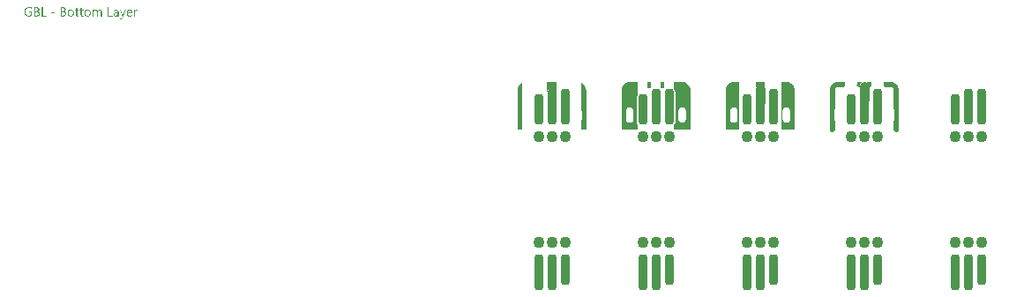
<source format=gbl>
G04*
G04 #@! TF.GenerationSoftware,Altium Limited,Altium Designer,22.2.1 (43)*
G04*
G04 Layer_Physical_Order=2*
G04 Layer_Color=16711680*
%FSLAX44Y44*%
%MOMM*%
G71*
G04*
G04 #@! TF.SameCoordinates,D623FA85-85CE-4992-9740-CC304F3E23A8*
G04*
G04*
G04 #@! TF.FilePolarity,Positive*
G04*
G01*
G75*
%ADD11C,0.2000*%
%ADD17C,0.9000*%
%ADD18C,0.6000*%
G04:AMPARAMS|DCode=19|XSize=0.9mm|YSize=3.45mm|CornerRadius=0.351mm|HoleSize=0mm|Usage=FLASHONLY|Rotation=0.000|XOffset=0mm|YOffset=0mm|HoleType=Round|Shape=RoundedRectangle|*
%AMROUNDEDRECTD19*
21,1,0.9000,2.7480,0,0,0.0*
21,1,0.1980,3.4500,0,0,0.0*
1,1,0.7020,0.0990,-1.3740*
1,1,0.7020,-0.0990,-1.3740*
1,1,0.7020,-0.0990,1.3740*
1,1,0.7020,0.0990,1.3740*
%
%ADD19ROUNDEDRECTD19*%
G04:AMPARAMS|DCode=20|XSize=0.9mm|YSize=2.95mm|CornerRadius=0.351mm|HoleSize=0mm|Usage=FLASHONLY|Rotation=0.000|XOffset=0mm|YOffset=0mm|HoleType=Round|Shape=RoundedRectangle|*
%AMROUNDEDRECTD20*
21,1,0.9000,2.2480,0,0,0.0*
21,1,0.1980,2.9500,0,0,0.0*
1,1,0.7020,0.0990,-1.1240*
1,1,0.7020,-0.0990,-1.1240*
1,1,0.7020,-0.0990,1.1240*
1,1,0.7020,0.0990,1.1240*
%
%ADD20ROUNDEDRECTD20*%
%ADD21C,1.1000*%
G36*
X529783Y184749D02*
X529872Y184298D01*
X529941Y184095D01*
X529772Y184095D01*
X529772Y184906D01*
X529783Y184749D01*
X529783Y184749D02*
G37*
G36*
X538794Y223194D02*
X538794Y177620D01*
X538794Y184095D01*
X538579Y184095D01*
X538648Y184298D01*
X538737Y184749D01*
X538768Y185208D01*
X538768Y212688D01*
X538737Y213147D01*
X538648Y213598D01*
X538500Y214034D01*
X538296Y214447D01*
X538041Y214829D01*
X537737Y215175D01*
X537391Y215479D01*
X537009Y215734D01*
X536596Y215938D01*
X536160Y216086D01*
X535709Y216175D01*
X535250Y216206D01*
X533270Y216206D01*
X532811Y216175D01*
X532360Y216086D01*
X531924Y215938D01*
X531511Y215734D01*
X531129Y215479D01*
X530783Y215175D01*
X530479Y214829D01*
X530224Y214447D01*
X530020Y214034D01*
X529872Y213598D01*
X529783Y213147D01*
X529772Y212989D01*
X529772Y223194D01*
X538794Y223194D01*
X538794Y223194D02*
G37*
G36*
X505583Y195656D02*
X505552Y195198D01*
X505552Y187198D01*
X505583Y186740D01*
X505583Y177620D01*
X501314Y177620D01*
X501314Y215166D01*
X501314Y215170D01*
X501314Y215178D01*
X501314Y215186D01*
X501314Y215194D01*
X501314Y215198D01*
X501314Y215198D01*
X501352Y215982D01*
X501658Y217519D01*
X502258Y218967D01*
X503129Y220271D01*
X504237Y221379D01*
X505541Y222250D01*
X505583Y222267D01*
X505583Y195656D01*
X505583Y195656D02*
G37*
G36*
X562979Y222250D02*
X564283Y221379D01*
X565391Y220271D01*
X566262Y218967D01*
X566862Y217519D01*
X567168Y215982D01*
X567206Y215198D01*
X567206Y215195D01*
X567206Y215190D01*
X567206Y215184D01*
X567206Y215178D01*
X567206Y215175D01*
X567206Y215175D01*
X567206Y177620D01*
X562938Y177620D01*
X562938Y186740D01*
X562967Y187198D01*
X562967Y195198D01*
X562938Y195656D01*
X562938Y222267D01*
X562979Y222250D01*
X562979Y222250D02*
G37*
G36*
X617010Y216688D02*
X616995Y216688D01*
X616995Y211056D01*
X616725Y210754D01*
X616406Y210304D01*
X616139Y209822D01*
X615928Y209312D01*
X615776Y208782D01*
X615683Y208239D01*
X615652Y207688D01*
X615652Y185208D01*
X615683Y184657D01*
X615776Y184114D01*
X615928Y183584D01*
X616139Y183074D01*
X616406Y182592D01*
X616725Y182142D01*
X616995Y181840D01*
X616995Y177757D01*
X616052Y177620D01*
X601314Y177620D01*
X601314Y215175D01*
X601314Y215178D01*
X601314Y215198D01*
X601314Y215198D01*
X601352Y215980D01*
X601657Y217515D01*
X602254Y218960D01*
X603122Y220262D01*
X604226Y221370D01*
X605526Y222242D01*
X606969Y222844D01*
X608318Y223116D01*
X609113Y223180D01*
X609310Y223194D01*
X609310Y223194D01*
X617010Y223194D01*
X617010Y216688D01*
X617010Y216688D02*
G37*
G36*
X629710Y216688D02*
X626010Y216688D01*
X626010Y223194D01*
X629710Y223194D01*
X629710Y216688D01*
X629710Y216688D02*
G37*
G36*
X642510Y216688D02*
X638710Y216688D01*
X638710Y223194D01*
X642510Y223194D01*
X642510Y216688D01*
X642510Y216688D02*
G37*
G36*
X659233Y223194D02*
X660015Y223153D01*
X661549Y222844D01*
X662993Y222243D01*
X664293Y221371D01*
X665397Y220263D01*
X666265Y218961D01*
X666863Y217515D01*
X667143Y216106D01*
X667206Y215177D01*
X667206Y214198D01*
X667206Y177620D01*
X651510Y177620D01*
X651510Y181823D01*
X651795Y182142D01*
X652114Y182592D01*
X652381Y183074D01*
X652592Y183584D01*
X652745Y184114D01*
X652837Y184657D01*
X652868Y185208D01*
X652868Y212688D01*
X652837Y213239D01*
X652745Y213782D01*
X652592Y214312D01*
X652381Y214822D01*
X652114Y215304D01*
X651795Y215754D01*
X651510Y216073D01*
X651510Y223194D01*
X659225Y223194D01*
X659233Y223194D01*
X659233Y223194D02*
G37*
G36*
X713711Y223194D02*
X713711Y177620D01*
X701314Y177620D01*
X701314Y215198D01*
X701352Y215980D01*
X701657Y217515D01*
X702255Y218962D01*
X703123Y220264D01*
X704228Y221372D01*
X705528Y222243D01*
X706972Y222845D01*
X708506Y223154D01*
X709289Y223194D01*
X709289Y223194D01*
X713711Y223194D01*
X713711Y223194D02*
G37*
G36*
X758273Y223194D02*
X759254Y223192D01*
X760248Y223106D01*
X761546Y222845D01*
X762991Y222244D01*
X764291Y221372D01*
X765396Y220264D01*
X766265Y218962D01*
X766863Y217516D01*
X767135Y216146D01*
X767206Y215177D01*
X767206Y214198D01*
X767206Y177620D01*
X754809Y177620D01*
X754809Y223194D01*
X758273Y223194D01*
X758273Y223194D02*
G37*
G36*
X738500Y223194D02*
X738500Y218330D01*
X737941Y217892D01*
X737500Y217720D01*
X737073Y217897D01*
X736478Y218068D01*
X735868Y218172D01*
X735250Y218207D01*
X733270Y218207D01*
X732652Y218172D01*
X732042Y218068D01*
X731447Y217897D01*
X731020Y217720D01*
X730579Y217892D01*
X730020Y218330D01*
X730020Y223194D01*
X738500Y223194D01*
X738500Y223194D02*
G37*
G36*
X815749Y223194D02*
X815753Y223184D01*
X815775Y222118D01*
X815800Y220924D01*
X815800Y220924D01*
X815595Y219681D01*
X815429Y219280D01*
X814724Y218575D01*
X813804Y218194D01*
X809060Y218194D01*
X809060Y218194D01*
X809052Y218194D01*
X809052Y218194D01*
X808468Y218135D01*
X807391Y217686D01*
X806567Y216860D01*
X806121Y215781D01*
X806064Y215198D01*
X806064Y197014D01*
X805763Y196564D01*
X805491Y195198D01*
X805491Y187198D01*
X805763Y185832D01*
X806064Y185382D01*
X806064Y177122D01*
X805683Y176201D01*
X804978Y175497D01*
X804058Y175116D01*
X803062Y175116D01*
X802142Y175497D01*
X801437Y176201D01*
X801314Y176500D01*
X801314Y215175D01*
X801314Y215178D01*
X801314Y215198D01*
X801314Y215198D01*
X801352Y215982D01*
X801658Y217519D01*
X802258Y218967D01*
X803129Y220271D01*
X804237Y221379D01*
X805541Y222250D01*
X806989Y222850D01*
X808526Y223156D01*
X809310Y223194D01*
X809310Y223194D01*
X815749Y223194D01*
X815749Y223194D02*
G37*
G36*
X833798Y223194D02*
X832504Y222937D01*
X831016Y221942D01*
X830021Y220454D01*
X829672Y218698D01*
X829672Y218194D01*
X829132Y218194D01*
X828137Y218651D01*
X827423Y219481D01*
X827121Y220532D01*
X827203Y221073D01*
X827203Y221073D01*
X827247Y223174D01*
X827247Y223184D01*
X827251Y223194D01*
X833798Y223194D01*
X833798Y223194D02*
G37*
G36*
X859210Y223194D02*
X859994Y223156D01*
X861531Y222850D01*
X862979Y222250D01*
X864283Y221379D01*
X865391Y220271D01*
X866262Y218967D01*
X866862Y217519D01*
X867168Y215982D01*
X867206Y215198D01*
X867206Y215195D01*
X867206Y215188D01*
X867206Y215182D01*
X867206Y215175D01*
X867206Y215172D01*
X867206Y176500D01*
X867083Y176201D01*
X866378Y175497D01*
X865458Y175116D01*
X864462Y175116D01*
X863542Y175497D01*
X862837Y176201D01*
X862456Y177122D01*
X862456Y177620D01*
X862456Y185382D01*
X862757Y185832D01*
X863029Y187198D01*
X863029Y195198D01*
X862757Y196564D01*
X862456Y197014D01*
X862456Y215198D01*
X862399Y215781D01*
X861953Y216860D01*
X861129Y217686D01*
X860052Y218135D01*
X859468Y218194D01*
X859468Y218194D01*
X859460Y218194D01*
X859460Y218194D01*
X854716Y218194D01*
X853795Y218575D01*
X853091Y219280D01*
X852710Y220200D01*
X852710Y220698D01*
X852710Y220726D01*
X852711Y220783D01*
X852714Y220839D01*
X852718Y220896D01*
X852720Y220924D01*
X852767Y223174D01*
X852767Y223184D01*
X852771Y223194D01*
X859210Y223194D01*
X859210Y223194D02*
G37*
G36*
X841269Y223194D02*
X841273Y223184D01*
X841273Y223174D01*
X841273Y223174D01*
X841308Y221518D01*
X841342Y221420D01*
X841394Y221217D01*
X841428Y221011D01*
X841446Y220802D01*
X841446Y220698D01*
X841446Y220698D01*
X841446Y220200D01*
X841065Y219280D01*
X840360Y218575D01*
X839440Y218194D01*
X838942Y218194D01*
X838848Y218194D01*
X838848Y218698D01*
X838499Y220454D01*
X837504Y221942D01*
X836016Y222937D01*
X834722Y223194D01*
X841269Y223194D01*
X841269Y223194D02*
G37*
G36*
X32874Y294992D02*
X33000Y294984D01*
X33149Y294976D01*
X33306Y294961D01*
X33486Y294937D01*
X33675Y294914D01*
X33871Y294882D01*
X34075Y294843D01*
X34279Y294796D01*
X34483Y294741D01*
X34687Y294678D01*
X34891Y294608D01*
X35080Y294521D01*
X35080Y293368D01*
X35064Y293375D01*
X35032Y293399D01*
X34970Y293430D01*
X34891Y293477D01*
X34781Y293524D01*
X34656Y293587D01*
X34514Y293642D01*
X34350Y293713D01*
X34177Y293776D01*
X33981Y293838D01*
X33769Y293893D01*
X33541Y293940D01*
X33298Y293988D01*
X33047Y294019D01*
X32788Y294042D01*
X32513Y294050D01*
X32450Y294050D01*
X32372Y294042D01*
X32262Y294035D01*
X32136Y294019D01*
X31987Y293995D01*
X31822Y293964D01*
X31642Y293925D01*
X31453Y293870D01*
X31257Y293799D01*
X31053Y293713D01*
X30841Y293611D01*
X30637Y293493D01*
X30441Y293360D01*
X30245Y293195D01*
X30056Y293014D01*
X30048Y293006D01*
X30017Y292967D01*
X29970Y292912D01*
X29907Y292826D01*
X29837Y292724D01*
X29750Y292606D01*
X29664Y292457D01*
X29578Y292292D01*
X29491Y292112D01*
X29405Y291908D01*
X29319Y291688D01*
X29248Y291452D01*
X29185Y291201D01*
X29138Y290934D01*
X29107Y290644D01*
X29099Y290346D01*
X29099Y290338D01*
X29099Y290330D01*
X29099Y290306D01*
X29099Y290275D01*
X29099Y290228D01*
X29107Y290181D01*
X29114Y290063D01*
X29122Y289922D01*
X29146Y289757D01*
X29169Y289577D01*
X29209Y289380D01*
X29256Y289168D01*
X29319Y288949D01*
X29389Y288729D01*
X29476Y288501D01*
X29578Y288282D01*
X29695Y288070D01*
X29829Y287866D01*
X29986Y287677D01*
X29994Y287669D01*
X30025Y287638D01*
X30080Y287591D01*
X30150Y287528D01*
X30237Y287458D01*
X30347Y287371D01*
X30472Y287285D01*
X30622Y287199D01*
X30786Y287104D01*
X30967Y287018D01*
X31163Y286940D01*
X31383Y286861D01*
X31610Y286798D01*
X31862Y286751D01*
X32120Y286720D01*
X32403Y286712D01*
X32505Y286712D01*
X32576Y286720D01*
X32670Y286728D01*
X32772Y286735D01*
X32890Y286743D01*
X33023Y286767D01*
X33157Y286782D01*
X33306Y286814D01*
X33604Y286884D01*
X33761Y286932D01*
X33910Y286994D01*
X34059Y287057D01*
X34208Y287128D01*
X34208Y289632D01*
X32254Y289632D01*
X32254Y290581D01*
X35260Y290581D01*
X35260Y286531D01*
X35244Y286523D01*
X35197Y286500D01*
X35127Y286461D01*
X35024Y286414D01*
X34899Y286359D01*
X34750Y286296D01*
X34577Y286225D01*
X34381Y286155D01*
X34169Y286084D01*
X33934Y286013D01*
X33690Y285951D01*
X33431Y285896D01*
X33157Y285849D01*
X32866Y285809D01*
X32576Y285786D01*
X32270Y285778D01*
X32183Y285778D01*
X32144Y285786D01*
X32089Y285786D01*
X32026Y285794D01*
X31956Y285794D01*
X31791Y285817D01*
X31602Y285841D01*
X31398Y285880D01*
X31171Y285935D01*
X30928Y285998D01*
X30676Y286076D01*
X30417Y286178D01*
X30158Y286296D01*
X29899Y286437D01*
X29648Y286602D01*
X29405Y286790D01*
X29177Y287002D01*
X29162Y287018D01*
X29130Y287057D01*
X29067Y287128D01*
X28997Y287230D01*
X28903Y287348D01*
X28808Y287497D01*
X28698Y287677D01*
X28589Y287873D01*
X28479Y288093D01*
X28369Y288344D01*
X28275Y288611D01*
X28180Y288902D01*
X28110Y289208D01*
X28047Y289545D01*
X28016Y289898D01*
X28000Y290267D01*
X28000Y290275D01*
X28000Y290291D01*
X28000Y290322D01*
X28000Y290361D01*
X28008Y290409D01*
X28008Y290471D01*
X28016Y290534D01*
X28024Y290613D01*
X28031Y290699D01*
X28039Y290785D01*
X28071Y290989D01*
X28110Y291225D01*
X28165Y291468D01*
X28235Y291735D01*
X28322Y292010D01*
X28424Y292292D01*
X28549Y292575D01*
X28706Y292857D01*
X28879Y293140D01*
X29083Y293407D01*
X29311Y293666D01*
X29326Y293681D01*
X29374Y293721D01*
X29444Y293791D01*
X29546Y293878D01*
X29680Y293972D01*
X29829Y294090D01*
X30009Y294207D01*
X30221Y294333D01*
X30449Y294458D01*
X30700Y294576D01*
X30967Y294694D01*
X31265Y294788D01*
X31579Y294874D01*
X31909Y294945D01*
X32262Y294984D01*
X32631Y295000D01*
X32772Y295000D01*
X32874Y294992D01*
X32874Y294992D02*
G37*
G36*
X100498Y292441D02*
X100545Y292441D01*
X100600Y292433D01*
X100733Y292410D01*
X100890Y292371D01*
X101070Y292316D01*
X101259Y292229D01*
X101455Y292127D01*
X101557Y292057D01*
X101651Y291986D01*
X101746Y291908D01*
X101840Y291814D01*
X101934Y291711D01*
X102020Y291602D01*
X102099Y291484D01*
X102177Y291350D01*
X102248Y291209D01*
X102311Y291052D01*
X102366Y290887D01*
X102420Y290707D01*
X102452Y290518D01*
X102483Y290306D01*
X102499Y290087D01*
X102507Y289851D01*
X102507Y285927D01*
X101487Y285927D01*
X101487Y289585D01*
X101487Y289600D01*
X101487Y289632D01*
X101487Y289687D01*
X101479Y289757D01*
X101479Y289844D01*
X101471Y289946D01*
X101463Y290055D01*
X101447Y290173D01*
X101408Y290424D01*
X101345Y290675D01*
X101314Y290801D01*
X101267Y290911D01*
X101212Y291021D01*
X101157Y291115D01*
X101157Y291123D01*
X101141Y291138D01*
X101125Y291162D01*
X101094Y291186D01*
X101063Y291225D01*
X101016Y291264D01*
X100961Y291303D01*
X100898Y291350D01*
X100827Y291397D01*
X100749Y291437D01*
X100654Y291476D01*
X100560Y291515D01*
X100450Y291539D01*
X100325Y291562D01*
X100199Y291578D01*
X100058Y291586D01*
X99995Y291586D01*
X99948Y291578D01*
X99893Y291570D01*
X99830Y291555D01*
X99673Y291515D01*
X99587Y291484D01*
X99501Y291437D01*
X99407Y291390D01*
X99320Y291335D01*
X99226Y291264D01*
X99132Y291186D01*
X99038Y291091D01*
X98951Y290989D01*
X98944Y290982D01*
X98936Y290966D01*
X98912Y290927D01*
X98881Y290887D01*
X98849Y290825D01*
X98810Y290754D01*
X98763Y290675D01*
X98724Y290589D01*
X98685Y290487D01*
X98637Y290377D01*
X98598Y290259D01*
X98567Y290134D01*
X98535Y290000D01*
X98520Y289859D01*
X98504Y289718D01*
X98496Y289561D01*
X98496Y285927D01*
X97476Y285927D01*
X97476Y289710D01*
X97476Y289718D01*
X97476Y289734D01*
X97476Y289757D01*
X97476Y289788D01*
X97468Y289836D01*
X97468Y289883D01*
X97452Y290000D01*
X97429Y290142D01*
X97397Y290306D01*
X97358Y290471D01*
X97295Y290652D01*
X97217Y290825D01*
X97123Y290989D01*
X97005Y291154D01*
X96864Y291296D01*
X96699Y291413D01*
X96605Y291460D01*
X96503Y291507D01*
X96393Y291539D01*
X96283Y291562D01*
X96157Y291578D01*
X96024Y291586D01*
X95961Y291586D01*
X95914Y291578D01*
X95851Y291570D01*
X95788Y291555D01*
X95631Y291515D01*
X95545Y291484D01*
X95459Y291445D01*
X95365Y291405D01*
X95270Y291350D01*
X95176Y291280D01*
X95082Y291209D01*
X94996Y291123D01*
X94909Y291021D01*
X94902Y291013D01*
X94894Y290997D01*
X94870Y290966D01*
X94839Y290919D01*
X94807Y290864D01*
X94776Y290801D01*
X94737Y290723D01*
X94697Y290628D01*
X94650Y290526D01*
X94611Y290416D01*
X94580Y290299D01*
X94548Y290173D01*
X94517Y290032D01*
X94493Y289883D01*
X94486Y289726D01*
X94478Y289561D01*
X94478Y285927D01*
X93457Y285927D01*
X93457Y292300D01*
X94478Y292300D01*
X94478Y291288D01*
X94501Y291288D01*
X94509Y291303D01*
X94533Y291335D01*
X94572Y291397D01*
X94627Y291468D01*
X94697Y291555D01*
X94784Y291656D01*
X94886Y291758D01*
X95003Y291868D01*
X95137Y291978D01*
X95286Y292080D01*
X95451Y292182D01*
X95624Y292269D01*
X95820Y292339D01*
X96032Y292402D01*
X96251Y292433D01*
X96487Y292449D01*
X96550Y292449D01*
X96597Y292441D01*
X96652Y292441D01*
X96722Y292433D01*
X96793Y292418D01*
X96872Y292402D01*
X97052Y292363D01*
X97240Y292292D01*
X97429Y292206D01*
X97523Y292143D01*
X97617Y292080D01*
X97625Y292073D01*
X97641Y292065D01*
X97664Y292041D01*
X97696Y292017D01*
X97782Y291931D01*
X97884Y291829D01*
X97994Y291688D01*
X98104Y291523D01*
X98206Y291335D01*
X98284Y291123D01*
X98292Y291138D01*
X98316Y291178D01*
X98363Y291248D01*
X98418Y291327D01*
X98496Y291429D01*
X98582Y291547D01*
X98692Y291664D01*
X98818Y291790D01*
X98959Y291908D01*
X99116Y292033D01*
X99289Y292143D01*
X99477Y292245D01*
X99689Y292324D01*
X99909Y292394D01*
X100152Y292433D01*
X100403Y292449D01*
X100458Y292449D01*
X100498Y292441D01*
X100498Y292441D02*
G37*
G36*
X136099Y292402D02*
X136185Y292402D01*
X136279Y292386D01*
X136381Y292371D01*
X136483Y292355D01*
X136570Y292324D01*
X136570Y291264D01*
X136554Y291272D01*
X136523Y291296D01*
X136460Y291327D01*
X136374Y291366D01*
X136256Y291405D01*
X136130Y291437D01*
X135973Y291460D01*
X135793Y291468D01*
X135730Y291468D01*
X135683Y291460D01*
X135628Y291452D01*
X135565Y291437D01*
X135416Y291390D01*
X135330Y291358D01*
X135243Y291319D01*
X135149Y291264D01*
X135055Y291209D01*
X134969Y291138D01*
X134874Y291052D01*
X134788Y290958D01*
X134702Y290848D01*
X134694Y290840D01*
X134686Y290817D01*
X134663Y290785D01*
X134631Y290738D01*
X134600Y290675D01*
X134560Y290597D01*
X134521Y290511D01*
X134482Y290409D01*
X134443Y290299D01*
X134403Y290173D01*
X134364Y290032D01*
X134333Y289883D01*
X134302Y289718D01*
X134278Y289545D01*
X134270Y289365D01*
X134262Y289168D01*
X134262Y285927D01*
X133242Y285927D01*
X133242Y292300D01*
X134262Y292300D01*
X134262Y290982D01*
X134286Y290982D01*
X134286Y290989D01*
X134294Y291013D01*
X134309Y291044D01*
X134325Y291091D01*
X134349Y291146D01*
X134380Y291217D01*
X134451Y291366D01*
X134545Y291539D01*
X134663Y291711D01*
X134796Y291876D01*
X134953Y292033D01*
X134961Y292041D01*
X134976Y292049D01*
X135000Y292065D01*
X135031Y292096D01*
X135071Y292120D01*
X135126Y292151D01*
X135243Y292222D01*
X135392Y292292D01*
X135565Y292355D01*
X135753Y292394D01*
X135856Y292402D01*
X135957Y292410D01*
X136020Y292410D01*
X136099Y292402D01*
X136099Y292402D02*
G37*
G36*
X57252Y289074D02*
X53853Y289074D01*
X53853Y289875D01*
X57252Y289875D01*
X57252Y289074D01*
X57252Y289074D02*
G37*
G36*
X122552Y284907D02*
X122552Y284899D01*
X122544Y284883D01*
X122529Y284860D01*
X122513Y284820D01*
X122497Y284773D01*
X122474Y284726D01*
X122411Y284601D01*
X122324Y284452D01*
X122230Y284279D01*
X122113Y284106D01*
X121979Y283918D01*
X121830Y283737D01*
X121665Y283557D01*
X121485Y283384D01*
X121288Y283235D01*
X121077Y283109D01*
X120967Y283062D01*
X120849Y283015D01*
X120731Y282976D01*
X120606Y282952D01*
X120480Y282937D01*
X120347Y282929D01*
X120284Y282929D01*
X120205Y282937D01*
X120111Y282937D01*
X120009Y282952D01*
X119899Y282968D01*
X119782Y282984D01*
X119679Y283015D01*
X119679Y283926D01*
X119695Y283918D01*
X119734Y283910D01*
X119797Y283894D01*
X119876Y283871D01*
X119970Y283847D01*
X120072Y283831D01*
X120182Y283824D01*
X120284Y283816D01*
X120315Y283816D01*
X120354Y283824D01*
X120409Y283831D01*
X120472Y283847D01*
X120551Y283863D01*
X120629Y283894D01*
X120723Y283934D01*
X120810Y283981D01*
X120912Y284043D01*
X121006Y284114D01*
X121100Y284200D01*
X121194Y284310D01*
X121288Y284428D01*
X121367Y284569D01*
X121446Y284734D01*
X121956Y285935D01*
X119468Y292300D01*
X120598Y292300D01*
X122324Y287395D01*
X122324Y287387D01*
X122332Y287371D01*
X122340Y287348D01*
X122356Y287300D01*
X122372Y287238D01*
X122387Y287151D01*
X122419Y287041D01*
X122450Y286908D01*
X122489Y286908D01*
X122489Y286916D01*
X122497Y286940D01*
X122505Y286971D01*
X122521Y287026D01*
X122536Y287089D01*
X122552Y287167D01*
X122584Y287269D01*
X122615Y287379D01*
X124428Y292300D01*
X125480Y292300D01*
X122552Y284907D01*
X122552Y284907D02*
G37*
G36*
X116336Y292441D02*
X116391Y292441D01*
X116446Y292433D01*
X116517Y292426D01*
X116595Y292410D01*
X116760Y292379D01*
X116956Y292324D01*
X117152Y292253D01*
X117364Y292151D01*
X117576Y292025D01*
X117678Y291955D01*
X117780Y291868D01*
X117874Y291774D01*
X117969Y291680D01*
X118055Y291570D01*
X118133Y291445D01*
X118212Y291319D01*
X118282Y291178D01*
X118337Y291021D01*
X118392Y290856D01*
X118432Y290683D01*
X118463Y290487D01*
X118479Y290291D01*
X118486Y290071D01*
X118486Y285927D01*
X117466Y285927D01*
X117466Y286916D01*
X117443Y286916D01*
X117435Y286900D01*
X117411Y286869D01*
X117372Y286814D01*
X117317Y286735D01*
X117247Y286649D01*
X117160Y286555D01*
X117066Y286453D01*
X116948Y286351D01*
X116815Y286241D01*
X116673Y286139D01*
X116509Y286045D01*
X116336Y285958D01*
X116140Y285880D01*
X115936Y285825D01*
X115716Y285794D01*
X115480Y285778D01*
X115386Y285778D01*
X115323Y285786D01*
X115245Y285794D01*
X115151Y285801D01*
X115049Y285817D01*
X114939Y285841D01*
X114696Y285903D01*
X114578Y285943D01*
X114452Y285990D01*
X114327Y286045D01*
X114209Y286115D01*
X114099Y286194D01*
X113989Y286280D01*
X113981Y286288D01*
X113966Y286304D01*
X113942Y286335D01*
X113903Y286374D01*
X113864Y286422D01*
X113825Y286484D01*
X113770Y286555D01*
X113722Y286633D01*
X113675Y286728D01*
X113628Y286830D01*
X113581Y286940D01*
X113542Y287057D01*
X113503Y287183D01*
X113479Y287316D01*
X113463Y287465D01*
X113456Y287614D01*
X113456Y287622D01*
X113456Y287638D01*
X113456Y287662D01*
X113463Y287693D01*
X113463Y287732D01*
X113471Y287779D01*
X113487Y287897D01*
X113518Y288038D01*
X113566Y288195D01*
X113628Y288368D01*
X113722Y288548D01*
X113832Y288729D01*
X113966Y288909D01*
X114052Y288996D01*
X114138Y289082D01*
X114240Y289168D01*
X114342Y289247D01*
X114460Y289326D01*
X114586Y289396D01*
X114719Y289459D01*
X114868Y289522D01*
X115025Y289577D01*
X115190Y289624D01*
X115371Y289663D01*
X115559Y289694D01*
X117466Y289961D01*
X117466Y289969D01*
X117466Y289977D01*
X117466Y290000D01*
X117466Y290032D01*
X117458Y290110D01*
X117443Y290212D01*
X117427Y290338D01*
X117396Y290479D01*
X117356Y290620D01*
X117301Y290777D01*
X117231Y290927D01*
X117144Y291076D01*
X117042Y291209D01*
X116917Y291335D01*
X116760Y291437D01*
X116587Y291515D01*
X116493Y291547D01*
X116383Y291570D01*
X116273Y291578D01*
X116156Y291586D01*
X116101Y291586D01*
X116046Y291578D01*
X115959Y291570D01*
X115857Y291562D01*
X115739Y291547D01*
X115606Y291523D01*
X115465Y291492D01*
X115308Y291445D01*
X115143Y291397D01*
X114970Y291335D01*
X114790Y291256D01*
X114609Y291162D01*
X114429Y291060D01*
X114248Y290942D01*
X114076Y290801D01*
X114076Y291845D01*
X114083Y291853D01*
X114115Y291868D01*
X114170Y291900D01*
X114240Y291939D01*
X114335Y291986D01*
X114437Y292033D01*
X114562Y292088D01*
X114704Y292151D01*
X114853Y292206D01*
X115017Y292261D01*
X115198Y292308D01*
X115386Y292355D01*
X115590Y292394D01*
X115794Y292426D01*
X116014Y292441D01*
X116242Y292449D01*
X116297Y292449D01*
X116336Y292441D01*
X116336Y292441D02*
G37*
G36*
X109115Y286869D02*
X112702Y286869D01*
X112702Y285927D01*
X108071Y285927D01*
X108071Y294851D01*
X109115Y294851D01*
X109115Y286869D01*
X109115Y286869D02*
G37*
G36*
X65446Y294843D02*
X65540Y294835D01*
X65650Y294820D01*
X65775Y294804D01*
X65917Y294780D01*
X66058Y294749D01*
X66207Y294710D01*
X66364Y294662D01*
X66513Y294608D01*
X66670Y294545D01*
X66811Y294466D01*
X66953Y294380D01*
X67086Y294278D01*
X67094Y294270D01*
X67117Y294254D01*
X67149Y294223D01*
X67188Y294176D01*
X67243Y294121D01*
X67298Y294050D01*
X67361Y293972D01*
X67424Y293885D01*
X67486Y293783D01*
X67549Y293674D01*
X67604Y293548D01*
X67659Y293422D01*
X67698Y293281D01*
X67730Y293132D01*
X67753Y292975D01*
X67761Y292810D01*
X67761Y292802D01*
X67761Y292779D01*
X67761Y292740D01*
X67753Y292685D01*
X67745Y292614D01*
X67737Y292543D01*
X67730Y292457D01*
X67714Y292363D01*
X67659Y292151D01*
X67588Y291931D01*
X67541Y291814D01*
X67486Y291704D01*
X67424Y291594D01*
X67353Y291484D01*
X67345Y291476D01*
X67337Y291460D01*
X67314Y291429D01*
X67274Y291390D01*
X67235Y291350D01*
X67188Y291296D01*
X67125Y291241D01*
X67063Y291178D01*
X66984Y291115D01*
X66898Y291044D01*
X66803Y290982D01*
X66701Y290911D01*
X66592Y290848D01*
X66482Y290793D01*
X66223Y290691D01*
X66223Y290668D01*
X66231Y290668D01*
X66262Y290660D01*
X66309Y290652D01*
X66372Y290644D01*
X66450Y290628D01*
X66537Y290605D01*
X66639Y290573D01*
X66741Y290542D01*
X66968Y290456D01*
X67094Y290401D01*
X67212Y290330D01*
X67329Y290259D01*
X67447Y290181D01*
X67565Y290087D01*
X67667Y289985D01*
X67675Y289977D01*
X67690Y289961D01*
X67714Y289930D01*
X67753Y289883D01*
X67792Y289820D01*
X67839Y289757D01*
X67887Y289671D01*
X67941Y289585D01*
X67989Y289482D01*
X68036Y289365D01*
X68083Y289247D01*
X68122Y289114D01*
X68161Y288964D01*
X68185Y288815D01*
X68200Y288658D01*
X68208Y288486D01*
X68208Y288470D01*
X68208Y288439D01*
X68200Y288376D01*
X68193Y288297D01*
X68185Y288195D01*
X68161Y288085D01*
X68138Y287960D01*
X68106Y287826D01*
X68059Y287677D01*
X68004Y287528D01*
X67941Y287379D01*
X67863Y287222D01*
X67769Y287065D01*
X67659Y286916D01*
X67533Y286775D01*
X67384Y286633D01*
X67376Y286625D01*
X67345Y286602D01*
X67298Y286571D01*
X67235Y286523D01*
X67157Y286469D01*
X67055Y286414D01*
X66945Y286343D01*
X66819Y286280D01*
X66670Y286217D01*
X66513Y286155D01*
X66348Y286092D01*
X66160Y286037D01*
X65964Y285990D01*
X65760Y285958D01*
X65540Y285935D01*
X65312Y285927D01*
X62714Y285927D01*
X62714Y294851D01*
X65359Y294851D01*
X65446Y294843D01*
X65446Y294843D02*
G37*
G36*
X45683Y286869D02*
X49270Y286869D01*
X49270Y285927D01*
X44639Y285927D01*
X44639Y294851D01*
X45683Y294851D01*
X45683Y286869D01*
X45683Y286869D02*
G37*
G36*
X40063Y294843D02*
X40157Y294835D01*
X40267Y294820D01*
X40393Y294804D01*
X40534Y294780D01*
X40676Y294749D01*
X40825Y294710D01*
X40982Y294662D01*
X41131Y294608D01*
X41288Y294545D01*
X41429Y294466D01*
X41570Y294380D01*
X41704Y294278D01*
X41712Y294270D01*
X41735Y294254D01*
X41767Y294223D01*
X41806Y294176D01*
X41861Y294121D01*
X41916Y294050D01*
X41978Y293972D01*
X42041Y293885D01*
X42104Y293783D01*
X42167Y293674D01*
X42222Y293548D01*
X42277Y293422D01*
X42316Y293281D01*
X42347Y293132D01*
X42371Y292975D01*
X42379Y292810D01*
X42379Y292802D01*
X42379Y292779D01*
X42379Y292740D01*
X42371Y292685D01*
X42363Y292614D01*
X42355Y292543D01*
X42347Y292457D01*
X42332Y292363D01*
X42277Y292151D01*
X42206Y291931D01*
X42159Y291814D01*
X42104Y291704D01*
X42041Y291594D01*
X41971Y291484D01*
X41963Y291476D01*
X41955Y291460D01*
X41931Y291429D01*
X41892Y291390D01*
X41853Y291350D01*
X41806Y291296D01*
X41743Y291241D01*
X41680Y291178D01*
X41602Y291115D01*
X41515Y291044D01*
X41421Y290982D01*
X41319Y290911D01*
X41209Y290848D01*
X41099Y290793D01*
X40840Y290691D01*
X40840Y290668D01*
X40848Y290668D01*
X40880Y290660D01*
X40927Y290652D01*
X40989Y290644D01*
X41068Y290628D01*
X41154Y290605D01*
X41256Y290573D01*
X41358Y290542D01*
X41586Y290456D01*
X41712Y290401D01*
X41829Y290330D01*
X41947Y290259D01*
X42065Y290181D01*
X42182Y290087D01*
X42284Y289985D01*
X42292Y289977D01*
X42308Y289961D01*
X42332Y289930D01*
X42371Y289883D01*
X42410Y289820D01*
X42457Y289757D01*
X42504Y289671D01*
X42559Y289585D01*
X42606Y289482D01*
X42653Y289365D01*
X42700Y289247D01*
X42740Y289114D01*
X42779Y288964D01*
X42803Y288815D01*
X42818Y288658D01*
X42826Y288486D01*
X42826Y288470D01*
X42826Y288439D01*
X42818Y288376D01*
X42810Y288297D01*
X42803Y288195D01*
X42779Y288085D01*
X42755Y287960D01*
X42724Y287826D01*
X42677Y287677D01*
X42622Y287528D01*
X42559Y287379D01*
X42481Y287222D01*
X42386Y287065D01*
X42277Y286916D01*
X42151Y286775D01*
X42002Y286633D01*
X41994Y286625D01*
X41963Y286602D01*
X41916Y286571D01*
X41853Y286523D01*
X41774Y286469D01*
X41672Y286414D01*
X41562Y286343D01*
X41437Y286280D01*
X41288Y286217D01*
X41131Y286155D01*
X40966Y286092D01*
X40778Y286037D01*
X40581Y285990D01*
X40377Y285958D01*
X40157Y285935D01*
X39930Y285927D01*
X37332Y285927D01*
X37332Y294851D01*
X39977Y294851D01*
X40063Y294843D01*
X40063Y294843D02*
G37*
G36*
X83019Y292300D02*
X84628Y292300D01*
X84628Y291421D01*
X83019Y291421D01*
X83019Y287834D01*
X83019Y287826D01*
X83019Y287803D01*
X83019Y287771D01*
X83019Y287732D01*
X83027Y287677D01*
X83034Y287614D01*
X83050Y287481D01*
X83074Y287324D01*
X83113Y287175D01*
X83168Y287034D01*
X83199Y286971D01*
X83238Y286916D01*
X83246Y286908D01*
X83278Y286877D01*
X83333Y286830D01*
X83411Y286782D01*
X83513Y286728D01*
X83639Y286688D01*
X83788Y286657D01*
X83961Y286641D01*
X84023Y286641D01*
X84094Y286649D01*
X84188Y286665D01*
X84290Y286696D01*
X84408Y286728D01*
X84518Y286782D01*
X84628Y286853D01*
X84628Y285982D01*
X84620Y285982D01*
X84612Y285974D01*
X84588Y285966D01*
X84565Y285951D01*
X84479Y285919D01*
X84376Y285888D01*
X84235Y285856D01*
X84070Y285825D01*
X83882Y285801D01*
X83670Y285794D01*
X83600Y285794D01*
X83513Y285809D01*
X83411Y285825D01*
X83286Y285849D01*
X83144Y285896D01*
X82987Y285951D01*
X82838Y286029D01*
X82681Y286123D01*
X82524Y286249D01*
X82383Y286398D01*
X82320Y286484D01*
X82257Y286578D01*
X82203Y286681D01*
X82155Y286790D01*
X82108Y286908D01*
X82069Y287041D01*
X82038Y287175D01*
X82014Y287324D01*
X82006Y287481D01*
X81998Y287654D01*
X81998Y291421D01*
X80907Y291421D01*
X80907Y292300D01*
X81998Y292300D01*
X81998Y293854D01*
X83019Y294184D01*
X83019Y292300D01*
X83019Y292300D02*
G37*
G36*
X78702Y292300D02*
X80311Y292300D01*
X80311Y291421D01*
X78702Y291421D01*
X78702Y287834D01*
X78702Y287826D01*
X78702Y287803D01*
X78702Y287771D01*
X78702Y287732D01*
X78710Y287677D01*
X78718Y287614D01*
X78733Y287481D01*
X78757Y287324D01*
X78796Y287175D01*
X78851Y287034D01*
X78882Y286971D01*
X78922Y286916D01*
X78930Y286908D01*
X78961Y286877D01*
X79016Y286830D01*
X79094Y286782D01*
X79196Y286728D01*
X79322Y286688D01*
X79471Y286657D01*
X79644Y286641D01*
X79707Y286641D01*
X79777Y286649D01*
X79871Y286665D01*
X79973Y286696D01*
X80091Y286728D01*
X80201Y286782D01*
X80311Y286853D01*
X80311Y285982D01*
X80303Y285982D01*
X80295Y285974D01*
X80272Y285966D01*
X80248Y285951D01*
X80162Y285919D01*
X80060Y285888D01*
X79918Y285856D01*
X79754Y285825D01*
X79565Y285801D01*
X79353Y285794D01*
X79283Y285794D01*
X79196Y285809D01*
X79094Y285825D01*
X78969Y285849D01*
X78828Y285896D01*
X78671Y285951D01*
X78521Y286029D01*
X78365Y286123D01*
X78208Y286249D01*
X78066Y286398D01*
X78004Y286484D01*
X77941Y286578D01*
X77886Y286681D01*
X77839Y286790D01*
X77792Y286908D01*
X77752Y287041D01*
X77721Y287175D01*
X77697Y287324D01*
X77689Y287481D01*
X77682Y287654D01*
X77682Y291421D01*
X76591Y291421D01*
X76591Y292300D01*
X77682Y292300D01*
X77682Y293854D01*
X78702Y294184D01*
X78702Y292300D01*
X78702Y292300D02*
G37*
G36*
X129200Y292441D02*
X129286Y292433D01*
X129396Y292426D01*
X129514Y292410D01*
X129647Y292379D01*
X129789Y292347D01*
X129945Y292308D01*
X130103Y292253D01*
X130259Y292182D01*
X130424Y292104D01*
X130581Y292010D01*
X130730Y291900D01*
X130879Y291774D01*
X131013Y291633D01*
X131021Y291625D01*
X131044Y291594D01*
X131076Y291547D01*
X131123Y291484D01*
X131170Y291405D01*
X131233Y291303D01*
X131295Y291186D01*
X131358Y291052D01*
X131421Y290895D01*
X131484Y290730D01*
X131547Y290542D01*
X131594Y290346D01*
X131641Y290126D01*
X131672Y289898D01*
X131696Y289647D01*
X131704Y289388D01*
X131704Y288855D01*
X127198Y288855D01*
X127198Y288839D01*
X127198Y288807D01*
X127206Y288752D01*
X127214Y288682D01*
X127222Y288588D01*
X127238Y288486D01*
X127253Y288376D01*
X127285Y288250D01*
X127355Y287983D01*
X127402Y287850D01*
X127458Y287709D01*
X127520Y287575D01*
X127591Y287442D01*
X127677Y287324D01*
X127771Y287206D01*
X127779Y287199D01*
X127795Y287183D01*
X127826Y287151D01*
X127873Y287120D01*
X127928Y287073D01*
X127999Y287026D01*
X128077Y286971D01*
X128164Y286924D01*
X128266Y286869D01*
X128384Y286814D01*
X128501Y286767D01*
X128643Y286720D01*
X128784Y286688D01*
X128941Y286657D01*
X129106Y286641D01*
X129278Y286633D01*
X129325Y286633D01*
X129380Y286641D01*
X129459Y286641D01*
X129553Y286657D01*
X129663Y286673D01*
X129789Y286696D01*
X129930Y286720D01*
X130079Y286759D01*
X130236Y286806D01*
X130401Y286861D01*
X130566Y286932D01*
X130738Y287010D01*
X130911Y287104D01*
X131083Y287214D01*
X131256Y287340D01*
X131256Y286382D01*
X131248Y286374D01*
X131217Y286359D01*
X131170Y286327D01*
X131107Y286288D01*
X131021Y286241D01*
X130919Y286194D01*
X130801Y286139D01*
X130668Y286084D01*
X130511Y286021D01*
X130346Y285966D01*
X130165Y285919D01*
X129969Y285872D01*
X129757Y285833D01*
X129529Y285801D01*
X129286Y285786D01*
X129035Y285778D01*
X128972Y285778D01*
X128910Y285786D01*
X128815Y285794D01*
X128698Y285801D01*
X128564Y285825D01*
X128423Y285849D01*
X128266Y285888D01*
X128101Y285935D01*
X127928Y285990D01*
X127748Y286060D01*
X127575Y286139D01*
X127395Y286241D01*
X127230Y286359D01*
X127065Y286492D01*
X126916Y286641D01*
X126908Y286649D01*
X126884Y286681D01*
X126845Y286735D01*
X126798Y286806D01*
X126735Y286892D01*
X126673Y287002D01*
X126602Y287128D01*
X126531Y287277D01*
X126461Y287434D01*
X126390Y287622D01*
X126327Y287819D01*
X126264Y288038D01*
X126217Y288274D01*
X126178Y288525D01*
X126155Y288800D01*
X126147Y289082D01*
X126147Y289090D01*
X126147Y289098D01*
X126147Y289121D01*
X126147Y289145D01*
X126155Y289223D01*
X126163Y289333D01*
X126170Y289459D01*
X126194Y289600D01*
X126217Y289765D01*
X126249Y289946D01*
X126296Y290134D01*
X126351Y290330D01*
X126421Y290534D01*
X126500Y290738D01*
X126594Y290934D01*
X126712Y291138D01*
X126837Y291327D01*
X126987Y291507D01*
X126994Y291515D01*
X127026Y291547D01*
X127073Y291594D01*
X127136Y291656D01*
X127222Y291727D01*
X127324Y291806D01*
X127434Y291892D01*
X127567Y291978D01*
X127709Y292065D01*
X127873Y292151D01*
X128046Y292229D01*
X128227Y292300D01*
X128423Y292363D01*
X128635Y292410D01*
X128855Y292441D01*
X129082Y292449D01*
X129137Y292449D01*
X129200Y292441D01*
X129200Y292441D02*
G37*
G36*
X88937Y292441D02*
X89039Y292433D01*
X89156Y292426D01*
X89298Y292402D01*
X89447Y292379D01*
X89612Y292339D01*
X89792Y292292D01*
X89973Y292237D01*
X90153Y292167D01*
X90342Y292080D01*
X90522Y291978D01*
X90702Y291861D01*
X90867Y291727D01*
X91024Y291570D01*
X91032Y291562D01*
X91056Y291531D01*
X91095Y291476D01*
X91150Y291405D01*
X91213Y291319D01*
X91275Y291209D01*
X91354Y291084D01*
X91425Y290934D01*
X91503Y290770D01*
X91574Y290589D01*
X91636Y290393D01*
X91699Y290173D01*
X91754Y289938D01*
X91793Y289687D01*
X91817Y289420D01*
X91825Y289137D01*
X91825Y289129D01*
X91825Y289121D01*
X91825Y289098D01*
X91825Y289067D01*
X91817Y288988D01*
X91809Y288886D01*
X91801Y288752D01*
X91778Y288603D01*
X91754Y288439D01*
X91715Y288258D01*
X91668Y288070D01*
X91613Y287866D01*
X91542Y287662D01*
X91464Y287458D01*
X91362Y287253D01*
X91244Y287057D01*
X91111Y286869D01*
X90962Y286688D01*
X90954Y286681D01*
X90922Y286649D01*
X90875Y286602D01*
X90805Y286547D01*
X90718Y286476D01*
X90616Y286398D01*
X90491Y286319D01*
X90349Y286233D01*
X90192Y286147D01*
X90020Y286068D01*
X89831Y285990D01*
X89627Y285919D01*
X89400Y285864D01*
X89164Y285817D01*
X88921Y285786D01*
X88654Y285778D01*
X88591Y285778D01*
X88521Y285786D01*
X88419Y285794D01*
X88301Y285801D01*
X88160Y285825D01*
X88010Y285849D01*
X87846Y285888D01*
X87665Y285935D01*
X87485Y285998D01*
X87296Y286068D01*
X87108Y286155D01*
X86919Y286257D01*
X86731Y286374D01*
X86558Y286508D01*
X86394Y286665D01*
X86386Y286673D01*
X86354Y286704D01*
X86315Y286759D01*
X86260Y286830D01*
X86197Y286916D01*
X86127Y287026D01*
X86056Y287151D01*
X85978Y287300D01*
X85899Y287458D01*
X85821Y287638D01*
X85750Y287834D01*
X85687Y288046D01*
X85632Y288266D01*
X85593Y288509D01*
X85562Y288768D01*
X85554Y289035D01*
X85554Y289043D01*
X85554Y289051D01*
X85554Y289074D01*
X85554Y289106D01*
X85562Y289192D01*
X85569Y289302D01*
X85577Y289435D01*
X85601Y289592D01*
X85624Y289765D01*
X85664Y289953D01*
X85711Y290150D01*
X85766Y290354D01*
X85836Y290565D01*
X85923Y290777D01*
X86025Y290982D01*
X86135Y291178D01*
X86268Y291366D01*
X86425Y291547D01*
X86433Y291555D01*
X86464Y291586D01*
X86519Y291633D01*
X86590Y291688D01*
X86676Y291758D01*
X86786Y291829D01*
X86912Y291915D01*
X87053Y292002D01*
X87210Y292080D01*
X87390Y292167D01*
X87587Y292237D01*
X87799Y292308D01*
X88026Y292363D01*
X88269Y292410D01*
X88528Y292441D01*
X88803Y292449D01*
X88866Y292449D01*
X88937Y292441D01*
X88937Y292441D02*
G37*
G36*
X72831Y292441D02*
X72933Y292433D01*
X73051Y292426D01*
X73192Y292402D01*
X73341Y292379D01*
X73506Y292339D01*
X73687Y292292D01*
X73867Y292237D01*
X74048Y292167D01*
X74236Y292080D01*
X74417Y291978D01*
X74597Y291861D01*
X74762Y291727D01*
X74919Y291570D01*
X74927Y291562D01*
X74950Y291531D01*
X74990Y291476D01*
X75044Y291405D01*
X75107Y291319D01*
X75170Y291209D01*
X75249Y291084D01*
X75319Y290934D01*
X75398Y290770D01*
X75468Y290589D01*
X75531Y290393D01*
X75594Y290173D01*
X75649Y289938D01*
X75688Y289687D01*
X75712Y289420D01*
X75719Y289137D01*
X75719Y289129D01*
X75719Y289121D01*
X75719Y289098D01*
X75719Y289067D01*
X75712Y288988D01*
X75704Y288886D01*
X75696Y288752D01*
X75672Y288603D01*
X75649Y288439D01*
X75610Y288258D01*
X75563Y288070D01*
X75508Y287866D01*
X75437Y287662D01*
X75359Y287458D01*
X75256Y287253D01*
X75139Y287057D01*
X75005Y286869D01*
X74856Y286688D01*
X74848Y286681D01*
X74817Y286649D01*
X74770Y286602D01*
X74699Y286547D01*
X74613Y286476D01*
X74511Y286398D01*
X74385Y286319D01*
X74244Y286233D01*
X74087Y286147D01*
X73914Y286068D01*
X73726Y285990D01*
X73522Y285919D01*
X73294Y285864D01*
X73059Y285817D01*
X72815Y285786D01*
X72549Y285778D01*
X72486Y285778D01*
X72415Y285786D01*
X72313Y285794D01*
X72196Y285801D01*
X72054Y285825D01*
X71905Y285849D01*
X71740Y285888D01*
X71560Y285935D01*
X71379Y285998D01*
X71191Y286068D01*
X71002Y286155D01*
X70814Y286257D01*
X70626Y286374D01*
X70453Y286508D01*
X70288Y286665D01*
X70280Y286673D01*
X70249Y286704D01*
X70210Y286759D01*
X70155Y286830D01*
X70092Y286916D01*
X70021Y287026D01*
X69951Y287151D01*
X69872Y287300D01*
X69794Y287458D01*
X69715Y287638D01*
X69645Y287834D01*
X69582Y288046D01*
X69527Y288266D01*
X69488Y288509D01*
X69456Y288768D01*
X69448Y289035D01*
X69448Y289043D01*
X69448Y289051D01*
X69448Y289074D01*
X69448Y289106D01*
X69456Y289192D01*
X69464Y289302D01*
X69472Y289435D01*
X69496Y289592D01*
X69519Y289765D01*
X69558Y289953D01*
X69605Y290150D01*
X69660Y290354D01*
X69731Y290565D01*
X69817Y290777D01*
X69919Y290982D01*
X70029Y291178D01*
X70163Y291366D01*
X70320Y291547D01*
X70328Y291555D01*
X70359Y291586D01*
X70414Y291633D01*
X70484Y291688D01*
X70571Y291758D01*
X70681Y291829D01*
X70806Y291915D01*
X70948Y292002D01*
X71104Y292080D01*
X71285Y292167D01*
X71481Y292237D01*
X71693Y292308D01*
X71921Y292363D01*
X72164Y292410D01*
X72423Y292441D01*
X72698Y292449D01*
X72761Y292449D01*
X72831Y292441D01*
X72831Y292441D02*
G37*
%LPC*%
G36*
X609060Y198706D02*
X608602Y198675D01*
X608152Y198586D01*
X607718Y198438D01*
X607306Y198236D01*
X606925Y197981D01*
X606580Y197678D01*
X606277Y197333D01*
X606022Y196952D01*
X605820Y196540D01*
X605672Y196106D01*
X605583Y195656D01*
X605552Y195198D01*
X605552Y187198D01*
X605583Y186740D01*
X605672Y186290D01*
X605820Y185856D01*
X606022Y185444D01*
X606277Y185063D01*
X606580Y184718D01*
X606925Y184415D01*
X607306Y184160D01*
X607718Y183958D01*
X608152Y183810D01*
X608602Y183720D01*
X609060Y183690D01*
X609518Y183720D01*
X609968Y183810D01*
X610402Y183958D01*
X610814Y184160D01*
X611195Y184415D01*
X611540Y184718D01*
X611843Y185063D01*
X612098Y185444D01*
X612300Y185856D01*
X612448Y186290D01*
X612537Y186740D01*
X612567Y187198D01*
X612567Y195198D01*
X612537Y195656D01*
X612448Y196106D01*
X612300Y196540D01*
X612098Y196952D01*
X611843Y197333D01*
X611540Y197678D01*
X611195Y197981D01*
X610814Y198236D01*
X610402Y198438D01*
X609968Y198586D01*
X609518Y198675D01*
X609060Y198706D01*
X609060Y198706D02*
G37*
G36*
X659460Y198706D02*
X659002Y198675D01*
X658552Y198586D01*
X658118Y198438D01*
X657706Y198236D01*
X657325Y197981D01*
X656980Y197678D01*
X656677Y197333D01*
X656422Y196952D01*
X656219Y196540D01*
X656072Y196106D01*
X655983Y195656D01*
X655953Y195198D01*
X655953Y187198D01*
X655983Y186740D01*
X656072Y186290D01*
X656219Y185856D01*
X656422Y185444D01*
X656677Y185063D01*
X656980Y184718D01*
X657325Y184415D01*
X657706Y184160D01*
X658118Y183958D01*
X658552Y183810D01*
X659002Y183720D01*
X659460Y183690D01*
X659918Y183720D01*
X660368Y183810D01*
X660802Y183958D01*
X661214Y184160D01*
X661595Y184415D01*
X661940Y184718D01*
X662243Y185063D01*
X662498Y185444D01*
X662701Y185856D01*
X662848Y186290D01*
X662937Y186740D01*
X662968Y187198D01*
X662968Y195198D01*
X662937Y195656D01*
X662848Y196106D01*
X662701Y196540D01*
X662498Y196952D01*
X662243Y197333D01*
X661940Y197678D01*
X661595Y197981D01*
X661214Y198236D01*
X660802Y198438D01*
X660368Y198586D01*
X659918Y198675D01*
X659460Y198706D01*
X659460Y198706D02*
G37*
G36*
X709060Y198706D02*
X708602Y198675D01*
X708152Y198586D01*
X707718Y198438D01*
X707306Y198236D01*
X706925Y197981D01*
X706580Y197678D01*
X706277Y197333D01*
X706022Y196952D01*
X705819Y196540D01*
X705672Y196106D01*
X705583Y195656D01*
X705553Y195198D01*
X705553Y187198D01*
X705583Y186740D01*
X705672Y186290D01*
X705819Y185856D01*
X706022Y185444D01*
X706277Y185063D01*
X706580Y184718D01*
X706925Y184415D01*
X707306Y184160D01*
X707718Y183958D01*
X708152Y183810D01*
X708602Y183720D01*
X709060Y183690D01*
X709518Y183720D01*
X709968Y183810D01*
X710402Y183958D01*
X710814Y184160D01*
X711195Y184415D01*
X711540Y184718D01*
X711843Y185063D01*
X712098Y185444D01*
X712300Y185856D01*
X712448Y186290D01*
X712538Y186740D01*
X712568Y187198D01*
X712568Y195198D01*
X712538Y195656D01*
X712448Y196106D01*
X712300Y196540D01*
X712098Y196952D01*
X711843Y197333D01*
X711540Y197678D01*
X711195Y197981D01*
X710814Y198236D01*
X710402Y198438D01*
X709968Y198586D01*
X709518Y198675D01*
X709060Y198706D01*
X709060Y198706D02*
G37*
G36*
X759460Y198706D02*
X759002Y198675D01*
X758552Y198586D01*
X758118Y198438D01*
X757706Y198236D01*
X757325Y197981D01*
X756980Y197678D01*
X756677Y197333D01*
X756422Y196952D01*
X756219Y196540D01*
X756072Y196106D01*
X755983Y195656D01*
X755953Y195198D01*
X755953Y187198D01*
X755983Y186740D01*
X756072Y186290D01*
X756219Y185856D01*
X756422Y185444D01*
X756677Y185063D01*
X756980Y184718D01*
X757325Y184415D01*
X757706Y184160D01*
X758118Y183958D01*
X758552Y183810D01*
X759002Y183720D01*
X759460Y183690D01*
X759918Y183720D01*
X760368Y183810D01*
X760802Y183958D01*
X761214Y184160D01*
X761595Y184415D01*
X761940Y184718D01*
X762243Y185063D01*
X762498Y185444D01*
X762701Y185856D01*
X762848Y186290D01*
X762937Y186740D01*
X762968Y187198D01*
X762968Y195198D01*
X762937Y195656D01*
X762848Y196106D01*
X762701Y196540D01*
X762498Y196952D01*
X762243Y197333D01*
X761940Y197678D01*
X761595Y197981D01*
X761214Y198236D01*
X760802Y198438D01*
X760368Y198586D01*
X759918Y198675D01*
X759460Y198706D01*
X759460Y198706D02*
G37*
G36*
X117466Y289145D02*
X115928Y288933D01*
X115920Y288933D01*
X115897Y288925D01*
X115857Y288925D01*
X115810Y288917D01*
X115755Y288902D01*
X115685Y288886D01*
X115528Y288855D01*
X115355Y288807D01*
X115182Y288745D01*
X115010Y288666D01*
X114931Y288627D01*
X114860Y288580D01*
X114845Y288564D01*
X114805Y288533D01*
X114743Y288470D01*
X114680Y288376D01*
X114617Y288250D01*
X114586Y288180D01*
X114554Y288101D01*
X114531Y288015D01*
X114515Y287913D01*
X114507Y287811D01*
X114499Y287693D01*
X114499Y287685D01*
X114499Y287669D01*
X114499Y287646D01*
X114507Y287614D01*
X114515Y287528D01*
X114539Y287418D01*
X114578Y287300D01*
X114641Y287167D01*
X114719Y287041D01*
X114829Y286924D01*
X114837Y286924D01*
X114845Y286908D01*
X114892Y286877D01*
X114963Y286830D01*
X115064Y286782D01*
X115198Y286728D01*
X115347Y286681D01*
X115528Y286649D01*
X115724Y286633D01*
X115794Y286633D01*
X115849Y286641D01*
X115912Y286649D01*
X115991Y286665D01*
X116069Y286681D01*
X116163Y286704D01*
X116360Y286767D01*
X116462Y286806D01*
X116572Y286861D01*
X116673Y286924D01*
X116776Y286994D01*
X116878Y287073D01*
X116972Y287167D01*
X116980Y287175D01*
X116995Y287191D01*
X117019Y287222D01*
X117050Y287261D01*
X117090Y287316D01*
X117129Y287379D01*
X117176Y287450D01*
X117223Y287536D01*
X117262Y287630D01*
X117309Y287732D01*
X117348Y287842D01*
X117388Y287960D01*
X117419Y288085D01*
X117443Y288219D01*
X117458Y288360D01*
X117466Y288509D01*
X117466Y289145D01*
X117466Y289145D02*
G37*
G36*
X65116Y293901D02*
X63758Y293901D01*
X63758Y291021D01*
X64912Y291021D01*
X64967Y291029D01*
X65038Y291036D01*
X65124Y291044D01*
X65218Y291052D01*
X65320Y291076D01*
X65532Y291123D01*
X65760Y291193D01*
X65869Y291241D01*
X65979Y291296D01*
X66081Y291358D01*
X66176Y291429D01*
X66184Y291437D01*
X66199Y291445D01*
X66223Y291476D01*
X66254Y291507D01*
X66293Y291547D01*
X66333Y291602D01*
X66380Y291664D01*
X66427Y291735D01*
X66466Y291814D01*
X66513Y291900D01*
X66552Y291994D01*
X66592Y292096D01*
X66623Y292214D01*
X66646Y292332D01*
X66662Y292465D01*
X66670Y292598D01*
X66670Y292614D01*
X66670Y292653D01*
X66662Y292716D01*
X66646Y292802D01*
X66615Y292904D01*
X66584Y293014D01*
X66529Y293132D01*
X66458Y293250D01*
X66364Y293375D01*
X66254Y293493D01*
X66113Y293603D01*
X65948Y293697D01*
X65854Y293744D01*
X65752Y293783D01*
X65642Y293815D01*
X65524Y293846D01*
X65399Y293870D01*
X65257Y293885D01*
X65116Y293901D01*
X65116Y293901D02*
G37*
G36*
X64959Y290079D02*
X63758Y290079D01*
X63758Y286869D01*
X65265Y286869D01*
X65328Y286877D01*
X65406Y286884D01*
X65493Y286892D01*
X65595Y286908D01*
X65705Y286924D01*
X65932Y286971D01*
X66168Y287049D01*
X66286Y287104D01*
X66395Y287159D01*
X66497Y287222D01*
X66599Y287300D01*
X66607Y287308D01*
X66623Y287324D01*
X66646Y287348D01*
X66678Y287379D01*
X66717Y287426D01*
X66764Y287481D01*
X66803Y287544D01*
X66858Y287614D01*
X66905Y287701D01*
X66945Y287787D01*
X66992Y287889D01*
X67031Y287991D01*
X67063Y288109D01*
X67086Y288235D01*
X67102Y288360D01*
X67110Y288501D01*
X67110Y288509D01*
X67110Y288517D01*
X67110Y288541D01*
X67102Y288572D01*
X67094Y288650D01*
X67078Y288745D01*
X67047Y288870D01*
X67000Y289004D01*
X66929Y289145D01*
X66843Y289294D01*
X66725Y289435D01*
X66662Y289506D01*
X66584Y289577D01*
X66505Y289647D01*
X66411Y289710D01*
X66309Y289773D01*
X66199Y289836D01*
X66081Y289883D01*
X65956Y289930D01*
X65815Y289977D01*
X65665Y290008D01*
X65508Y290040D01*
X65336Y290063D01*
X65155Y290071D01*
X64959Y290079D01*
X64959Y290079D02*
G37*
G36*
X39734Y293901D02*
X38376Y293901D01*
X38376Y291021D01*
X39530Y291021D01*
X39585Y291029D01*
X39655Y291036D01*
X39741Y291044D01*
X39836Y291052D01*
X39938Y291076D01*
X40150Y291123D01*
X40377Y291193D01*
X40487Y291241D01*
X40597Y291296D01*
X40699Y291358D01*
X40793Y291429D01*
X40801Y291437D01*
X40817Y291445D01*
X40840Y291476D01*
X40872Y291507D01*
X40911Y291547D01*
X40950Y291602D01*
X40997Y291664D01*
X41044Y291735D01*
X41084Y291814D01*
X41131Y291900D01*
X41170Y291994D01*
X41209Y292096D01*
X41241Y292214D01*
X41264Y292332D01*
X41280Y292465D01*
X41288Y292598D01*
X41288Y292614D01*
X41288Y292653D01*
X41280Y292716D01*
X41264Y292802D01*
X41233Y292904D01*
X41201Y293014D01*
X41146Y293132D01*
X41076Y293250D01*
X40982Y293375D01*
X40872Y293493D01*
X40730Y293603D01*
X40566Y293697D01*
X40471Y293744D01*
X40369Y293783D01*
X40259Y293815D01*
X40142Y293846D01*
X40016Y293870D01*
X39875Y293885D01*
X39734Y293901D01*
X39734Y293901D02*
G37*
G36*
X39577Y290079D02*
X38376Y290079D01*
X38376Y286869D01*
X39883Y286869D01*
X39946Y286877D01*
X40024Y286884D01*
X40110Y286892D01*
X40212Y286908D01*
X40322Y286924D01*
X40550Y286971D01*
X40785Y287049D01*
X40903Y287104D01*
X41013Y287159D01*
X41115Y287222D01*
X41217Y287300D01*
X41225Y287308D01*
X41241Y287324D01*
X41264Y287348D01*
X41295Y287379D01*
X41335Y287426D01*
X41382Y287481D01*
X41421Y287544D01*
X41476Y287614D01*
X41523Y287701D01*
X41562Y287787D01*
X41610Y287889D01*
X41649Y287991D01*
X41680Y288109D01*
X41704Y288235D01*
X41719Y288360D01*
X41727Y288501D01*
X41727Y288509D01*
X41727Y288517D01*
X41727Y288541D01*
X41719Y288572D01*
X41712Y288650D01*
X41696Y288745D01*
X41664Y288870D01*
X41617Y289004D01*
X41547Y289145D01*
X41460Y289294D01*
X41343Y289435D01*
X41280Y289506D01*
X41201Y289577D01*
X41123Y289647D01*
X41029Y289710D01*
X40927Y289773D01*
X40817Y289836D01*
X40699Y289883D01*
X40574Y289930D01*
X40432Y289977D01*
X40283Y290008D01*
X40126Y290040D01*
X39953Y290063D01*
X39773Y290071D01*
X39577Y290079D01*
X39577Y290079D02*
G37*
G36*
X129066Y291586D02*
X128996Y291586D01*
X128949Y291578D01*
X128886Y291570D01*
X128807Y291562D01*
X128729Y291547D01*
X128643Y291523D01*
X128446Y291460D01*
X128344Y291421D01*
X128242Y291366D01*
X128140Y291311D01*
X128030Y291241D01*
X127936Y291162D01*
X127834Y291068D01*
X127826Y291060D01*
X127811Y291044D01*
X127787Y291013D01*
X127756Y290974D01*
X127717Y290919D01*
X127669Y290864D01*
X127622Y290785D01*
X127567Y290707D01*
X127512Y290613D01*
X127465Y290511D01*
X127410Y290401D01*
X127363Y290283D01*
X127316Y290150D01*
X127277Y290016D01*
X127238Y289867D01*
X127214Y289718D01*
X130660Y289718D01*
X130660Y289726D01*
X130660Y289757D01*
X130660Y289804D01*
X130652Y289867D01*
X130644Y289938D01*
X130636Y290024D01*
X130620Y290118D01*
X130605Y290220D01*
X130550Y290440D01*
X130471Y290675D01*
X130424Y290785D01*
X130369Y290895D01*
X130307Y290997D01*
X130228Y291091D01*
X130220Y291099D01*
X130212Y291115D01*
X130189Y291138D01*
X130149Y291170D01*
X130110Y291209D01*
X130055Y291248D01*
X130000Y291296D01*
X129930Y291343D01*
X129851Y291382D01*
X129765Y291429D01*
X129663Y291468D01*
X129561Y291507D01*
X129451Y291539D01*
X129333Y291562D01*
X129200Y291578D01*
X129066Y291586D01*
X129066Y291586D02*
G37*
G36*
X88725Y291586D02*
X88685Y291586D01*
X88631Y291578D01*
X88560Y291578D01*
X88481Y291562D01*
X88387Y291555D01*
X88277Y291531D01*
X88160Y291500D01*
X88042Y291468D01*
X87916Y291421D01*
X87783Y291366D01*
X87657Y291303D01*
X87524Y291225D01*
X87398Y291138D01*
X87281Y291036D01*
X87171Y290919D01*
X87163Y290911D01*
X87147Y290887D01*
X87116Y290848D01*
X87084Y290793D01*
X87037Y290730D01*
X86990Y290644D01*
X86935Y290550D01*
X86888Y290440D01*
X86833Y290314D01*
X86778Y290173D01*
X86731Y290024D01*
X86684Y289859D01*
X86653Y289679D01*
X86621Y289490D01*
X86606Y289286D01*
X86598Y289074D01*
X86598Y289059D01*
X86598Y289027D01*
X86606Y288964D01*
X86606Y288886D01*
X86613Y288792D01*
X86629Y288682D01*
X86645Y288556D01*
X86668Y288423D01*
X86700Y288282D01*
X86739Y288140D01*
X86786Y287991D01*
X86841Y287842D01*
X86904Y287693D01*
X86982Y287552D01*
X87069Y287410D01*
X87171Y287285D01*
X87178Y287277D01*
X87194Y287253D01*
X87233Y287222D01*
X87281Y287183D01*
X87335Y287136D01*
X87406Y287081D01*
X87492Y287018D01*
X87587Y286963D01*
X87689Y286900D01*
X87806Y286838D01*
X87932Y286782D01*
X88073Y286735D01*
X88222Y286696D01*
X88379Y286665D01*
X88544Y286641D01*
X88725Y286633D01*
X88772Y286633D01*
X88819Y286641D01*
X88890Y286641D01*
X88968Y286657D01*
X89062Y286665D01*
X89172Y286688D01*
X89290Y286712D01*
X89408Y286743D01*
X89533Y286790D01*
X89659Y286838D01*
X89784Y286900D01*
X89910Y286971D01*
X90028Y287057D01*
X90145Y287159D01*
X90247Y287269D01*
X90255Y287277D01*
X90271Y287300D01*
X90294Y287340D01*
X90334Y287387D01*
X90373Y287458D01*
X90420Y287536D01*
X90467Y287630D01*
X90514Y287740D01*
X90561Y287866D01*
X90616Y287999D01*
X90655Y288148D01*
X90695Y288313D01*
X90734Y288486D01*
X90757Y288682D01*
X90773Y288886D01*
X90781Y289098D01*
X90781Y289114D01*
X90781Y289153D01*
X90781Y289216D01*
X90773Y289294D01*
X90765Y289396D01*
X90750Y289506D01*
X90734Y289639D01*
X90718Y289773D01*
X90647Y290071D01*
X90608Y290220D01*
X90553Y290377D01*
X90498Y290526D01*
X90420Y290668D01*
X90342Y290809D01*
X90247Y290934D01*
X90239Y290942D01*
X90224Y290966D01*
X90192Y290997D01*
X90145Y291036D01*
X90090Y291084D01*
X90028Y291138D01*
X89949Y291201D01*
X89855Y291264D01*
X89753Y291319D01*
X89643Y291382D01*
X89517Y291437D01*
X89384Y291484D01*
X89235Y291523D01*
X89078Y291555D01*
X88905Y291578D01*
X88725Y291586D01*
X88725Y291586D02*
G37*
G36*
X72619Y291586D02*
X72580Y291586D01*
X72525Y291578D01*
X72455Y291578D01*
X72376Y291562D01*
X72282Y291555D01*
X72172Y291531D01*
X72054Y291500D01*
X71936Y291468D01*
X71811Y291421D01*
X71677Y291366D01*
X71552Y291303D01*
X71418Y291225D01*
X71293Y291138D01*
X71175Y291036D01*
X71065Y290919D01*
X71057Y290911D01*
X71042Y290887D01*
X71010Y290848D01*
X70979Y290793D01*
X70932Y290730D01*
X70885Y290644D01*
X70830Y290550D01*
X70783Y290440D01*
X70728Y290314D01*
X70673Y290173D01*
X70626Y290024D01*
X70579Y289859D01*
X70547Y289679D01*
X70516Y289490D01*
X70500Y289286D01*
X70492Y289074D01*
X70492Y289059D01*
X70492Y289027D01*
X70500Y288964D01*
X70500Y288886D01*
X70508Y288792D01*
X70524Y288682D01*
X70539Y288556D01*
X70563Y288423D01*
X70594Y288282D01*
X70634Y288140D01*
X70681Y287991D01*
X70736Y287842D01*
X70798Y287693D01*
X70877Y287552D01*
X70963Y287410D01*
X71065Y287285D01*
X71073Y287277D01*
X71089Y287253D01*
X71128Y287222D01*
X71175Y287183D01*
X71230Y287136D01*
X71301Y287081D01*
X71387Y287018D01*
X71481Y286963D01*
X71583Y286900D01*
X71701Y286838D01*
X71827Y286782D01*
X71968Y286735D01*
X72117Y286696D01*
X72274Y286665D01*
X72439Y286641D01*
X72619Y286633D01*
X72666Y286633D01*
X72713Y286641D01*
X72784Y286641D01*
X72863Y286657D01*
X72957Y286665D01*
X73067Y286688D01*
X73184Y286712D01*
X73302Y286743D01*
X73428Y286790D01*
X73553Y286838D01*
X73679Y286900D01*
X73804Y286971D01*
X73922Y287057D01*
X74040Y287159D01*
X74142Y287269D01*
X74150Y287277D01*
X74166Y287300D01*
X74189Y287340D01*
X74228Y287387D01*
X74268Y287458D01*
X74315Y287536D01*
X74362Y287630D01*
X74409Y287740D01*
X74456Y287866D01*
X74511Y287999D01*
X74550Y288148D01*
X74589Y288313D01*
X74629Y288486D01*
X74652Y288682D01*
X74668Y288886D01*
X74676Y289098D01*
X74676Y289114D01*
X74676Y289153D01*
X74676Y289216D01*
X74668Y289294D01*
X74660Y289396D01*
X74644Y289506D01*
X74629Y289639D01*
X74613Y289773D01*
X74542Y290071D01*
X74503Y290220D01*
X74448Y290377D01*
X74393Y290526D01*
X74315Y290668D01*
X74236Y290809D01*
X74142Y290934D01*
X74134Y290942D01*
X74118Y290966D01*
X74087Y290997D01*
X74040Y291036D01*
X73985Y291084D01*
X73922Y291138D01*
X73844Y291201D01*
X73749Y291264D01*
X73647Y291319D01*
X73538Y291382D01*
X73412Y291437D01*
X73279Y291484D01*
X73130Y291523D01*
X72972Y291555D01*
X72800Y291578D01*
X72619Y291586D01*
X72619Y291586D02*
G37*
%LPD*%
D11*
X545516Y66198D02*
X546960Y66198D01*
X645516Y66198D02*
X646960Y66198D01*
X745516Y66198D02*
X746960Y66198D01*
X821560Y173198D02*
X823004Y173198D01*
X845516Y66198D02*
X846960Y66198D01*
X945516Y66198D02*
X946960Y66198D01*
X923004Y173198D02*
X921560Y173198D01*
X723004Y173198D02*
X721560Y173198D01*
X623054Y173198D02*
X621610Y173198D01*
X523004Y173198D02*
X521560Y173198D01*
D17*
X734253Y203214D02*
X734253Y216215D01*
X834260Y218698D02*
X834260Y205698D01*
D18*
X534260Y40448D02*
D03*
X634260Y40448D02*
D03*
X734260Y40448D02*
D03*
X834260Y40448D02*
D03*
X934260Y40448D02*
D03*
X934260Y198948D02*
D03*
X834260Y198948D02*
D03*
X734260Y198948D02*
D03*
X634310Y198948D02*
D03*
X534260Y198948D02*
D03*
D19*
X521560Y40448D02*
D03*
X534260Y40448D02*
D03*
X621560Y40448D02*
D03*
X634260Y40448D02*
D03*
X721560Y40448D02*
D03*
X734260Y40448D02*
D03*
X821560Y40448D02*
D03*
X834260Y40448D02*
D03*
X921560Y40448D02*
D03*
X934260Y40448D02*
D03*
X934260Y198948D02*
D03*
X946960Y198948D02*
D03*
X846960Y198948D02*
D03*
X834260Y198948D02*
D03*
X746960Y198948D02*
D03*
X734260Y198948D02*
D03*
X647010Y198948D02*
D03*
X634310Y198948D02*
D03*
X546960Y198948D02*
D03*
X534260Y198948D02*
D03*
D20*
X546960Y42948D02*
D03*
X646960Y42948D02*
D03*
X746960Y42948D02*
D03*
X846960Y42948D02*
D03*
X946960Y42948D02*
D03*
X921560Y196448D02*
D03*
X821560Y196448D02*
D03*
X721560Y196448D02*
D03*
X621610Y196448D02*
D03*
X521560Y196448D02*
D03*
D21*
X521560Y69198D02*
D03*
X534260Y69198D02*
D03*
X546960Y69198D02*
D03*
X621560Y69198D02*
D03*
X634260Y69198D02*
D03*
X646960Y69198D02*
D03*
X721560Y69198D02*
D03*
X734260Y69198D02*
D03*
X746960Y69198D02*
D03*
X821560Y69198D02*
D03*
X834260Y69198D02*
D03*
X846960Y69198D02*
D03*
X921560Y69198D02*
D03*
X934260Y69198D02*
D03*
X946960Y69198D02*
D03*
X946960Y170198D02*
D03*
X934260Y170198D02*
D03*
X921560Y170198D02*
D03*
X846960Y170198D02*
D03*
X834260Y170198D02*
D03*
X821560Y170198D02*
D03*
X746960Y170198D02*
D03*
X734260Y170198D02*
D03*
X721560Y170198D02*
D03*
X647010Y170198D02*
D03*
X634310Y170198D02*
D03*
X621610Y170198D02*
D03*
X546960Y170198D02*
D03*
X534260Y170198D02*
D03*
X521560Y170198D02*
D03*
M02*

</source>
